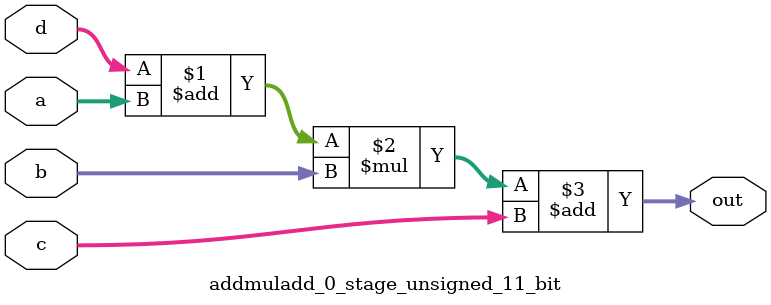
<source format=sv>
(* use_dsp = "yes" *) module addmuladd_0_stage_unsigned_11_bit(
	input  [10:0] a,
	input  [10:0] b,
	input  [10:0] c,
	input  [10:0] d,
	output [10:0] out
	);

	assign out = ((d + a) * b) + c;
endmodule

</source>
